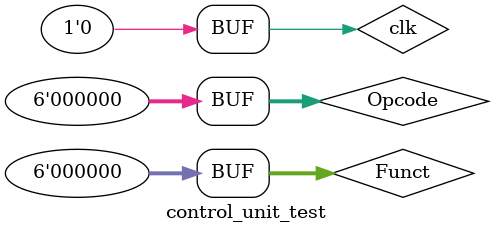
<source format=v>
`timescale 1ns / 1ps


module control_unit_test;

	// Inputs
	reg clk;
	reg [5:0] Opcode;
	reg [5:0] Funct;

	// Outputs
	wire [3:0]ALUControl;

	// Instantiate the Unit Under Test (UUT)
	control_unit uut (
		.clk(clk), 
		.Opcode(Opcode), 
		.Funct(Funct), 
		.ALUControl(ALUControl)
	);

	initial begin
		// Initialize Inputs
		clk = 0;
		Opcode = 0;
		Funct = 0;

		// Wait 100 ns for global reset to finish
		#100;
        
		// Add stimulus here

	end
      
endmodule


</source>
